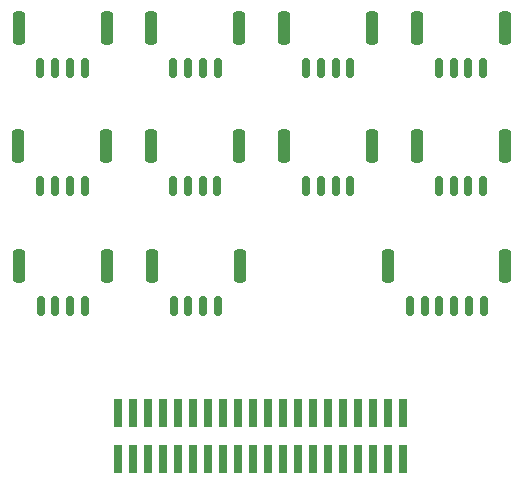
<source format=gbr>
%TF.GenerationSoftware,KiCad,Pcbnew,7.0.5*%
%TF.CreationDate,2023-06-16T02:28:43+08:00*%
%TF.ProjectId,io,696f2e6b-6963-4616-945f-706362585858,rev?*%
%TF.SameCoordinates,Original*%
%TF.FileFunction,Paste,Top*%
%TF.FilePolarity,Positive*%
%FSLAX46Y46*%
G04 Gerber Fmt 4.6, Leading zero omitted, Abs format (unit mm)*
G04 Created by KiCad (PCBNEW 7.0.5) date 2023-06-16 02:28:43*
%MOMM*%
%LPD*%
G01*
G04 APERTURE LIST*
G04 Aperture macros list*
%AMRoundRect*
0 Rectangle with rounded corners*
0 $1 Rounding radius*
0 $2 $3 $4 $5 $6 $7 $8 $9 X,Y pos of 4 corners*
0 Add a 4 corners polygon primitive as box body*
4,1,4,$2,$3,$4,$5,$6,$7,$8,$9,$2,$3,0*
0 Add four circle primitives for the rounded corners*
1,1,$1+$1,$2,$3*
1,1,$1+$1,$4,$5*
1,1,$1+$1,$6,$7*
1,1,$1+$1,$8,$9*
0 Add four rect primitives between the rounded corners*
20,1,$1+$1,$2,$3,$4,$5,0*
20,1,$1+$1,$4,$5,$6,$7,0*
20,1,$1+$1,$6,$7,$8,$9,0*
20,1,$1+$1,$8,$9,$2,$3,0*%
G04 Aperture macros list end*
%ADD10RoundRect,0.150000X-0.150000X-0.700000X0.150000X-0.700000X0.150000X0.700000X-0.150000X0.700000X0*%
%ADD11RoundRect,0.250000X-0.250000X-1.150000X0.250000X-1.150000X0.250000X1.150000X-0.250000X1.150000X0*%
%ADD12R,0.740000X2.400000*%
G04 APERTURE END LIST*
D10*
%TO.C,J9*%
X57072600Y-62165200D03*
X58322600Y-62165200D03*
X59572600Y-62165200D03*
X60822600Y-62165200D03*
D11*
X55222600Y-58815200D03*
X62672600Y-58815200D03*
%TD*%
%TO.C,J2*%
X62646800Y-38673000D03*
X55196800Y-38673000D03*
D10*
X60796800Y-42023000D03*
X59546800Y-42023000D03*
X58296800Y-42023000D03*
X57046800Y-42023000D03*
%TD*%
D11*
%TO.C,J12*%
X62630200Y-48680600D03*
X55180200Y-48680600D03*
D10*
X60780200Y-52030600D03*
X59530200Y-52030600D03*
X58280200Y-52030600D03*
X57030200Y-52030600D03*
%TD*%
D11*
%TO.C,J11*%
X73919266Y-58815200D03*
X66469266Y-58815200D03*
D10*
X72069266Y-62165200D03*
X70819266Y-62165200D03*
X69569266Y-62165200D03*
X68319266Y-62165200D03*
%TD*%
D12*
%TO.C,J10*%
X63655000Y-75170000D03*
X63655000Y-71270000D03*
X64925000Y-75170000D03*
X64925000Y-71270000D03*
X66195000Y-75170000D03*
X66195000Y-71270000D03*
X67465000Y-75170000D03*
X67465000Y-71270000D03*
X68735000Y-75170000D03*
X68735000Y-71270000D03*
X70005000Y-75170000D03*
X70005000Y-71270000D03*
X71275000Y-75170000D03*
X71275000Y-71270000D03*
X72545000Y-75170000D03*
X72545000Y-71270000D03*
X73815000Y-75170000D03*
X73815000Y-71270000D03*
X75085000Y-75170000D03*
X75085000Y-71270000D03*
X76355000Y-75170000D03*
X76355000Y-71270000D03*
X77625000Y-75170000D03*
X77625000Y-71270000D03*
X78895000Y-75170000D03*
X78895000Y-71270000D03*
X80165000Y-75170000D03*
X80165000Y-71270000D03*
X81435000Y-75170000D03*
X81435000Y-71270000D03*
X82705000Y-75170000D03*
X82705000Y-71270000D03*
X83975000Y-75170000D03*
X83975000Y-71270000D03*
X85245000Y-75170000D03*
X85245000Y-71270000D03*
X86515000Y-75170000D03*
X86515000Y-71270000D03*
X87785000Y-75170000D03*
X87785000Y-71270000D03*
%TD*%
D11*
%TO.C,J8*%
X96386800Y-38673000D03*
X88936800Y-38673000D03*
D10*
X94536800Y-42023000D03*
X93286800Y-42023000D03*
X92036800Y-42023000D03*
X90786800Y-42023000D03*
%TD*%
%TO.C,J7*%
X79540132Y-42023000D03*
X80790132Y-42023000D03*
X82040132Y-42023000D03*
X83290132Y-42023000D03*
D11*
X77690132Y-38673000D03*
X85140132Y-38673000D03*
%TD*%
%TO.C,J6*%
X96385200Y-48680600D03*
X88935200Y-48680600D03*
D10*
X94535200Y-52030600D03*
X93285200Y-52030600D03*
X92035200Y-52030600D03*
X90785200Y-52030600D03*
%TD*%
%TO.C,J5*%
X68293466Y-42023000D03*
X69543466Y-42023000D03*
X70793466Y-42023000D03*
X72043466Y-42023000D03*
D11*
X66443466Y-38673000D03*
X73893466Y-38673000D03*
%TD*%
D10*
%TO.C,J4*%
X79533532Y-52030600D03*
X80783532Y-52030600D03*
X82033532Y-52030600D03*
X83283532Y-52030600D03*
D11*
X77683532Y-48680600D03*
X85133532Y-48680600D03*
%TD*%
%TO.C,J3*%
X73881866Y-48680600D03*
X66431866Y-48680600D03*
D10*
X72031866Y-52030600D03*
X70781866Y-52030600D03*
X69531866Y-52030600D03*
X68281866Y-52030600D03*
%TD*%
%TO.C,J1*%
X88317600Y-62165200D03*
X89567600Y-62165200D03*
X90817600Y-62165200D03*
X92067600Y-62165200D03*
X93317600Y-62165200D03*
X94567600Y-62165200D03*
D11*
X96417600Y-58815200D03*
X86467600Y-58815200D03*
%TD*%
M02*

</source>
